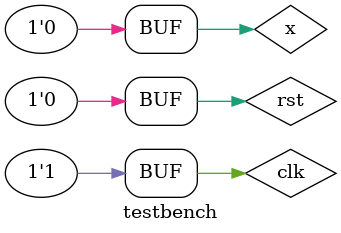
<source format=v>
`timescale 1ns/1ns
module testbench();

wire [1:0] y;
wire [1:0] stateReg;
wire [1:0] nextStateReg;
reg x;
reg rst;
reg clk;

source s(y, stateReg, nextStateReg, x, rst, clk);

initial begin
    
    rst = 1;
    x = 0;
    #20;
    rst = 0;
	x = 0;
    #20;
	x = 1;
    #20;
	x = 1;
    #20;
	x = 1;
    #20;
	x = 0;
    #20;
	x = 1;
    #20;
	x = 0;
    #20;
	#80;
	
end

always begin	
	clk = 0;
	#20;
	clk = 1;
	#20;
    end

endmodule 
</source>
